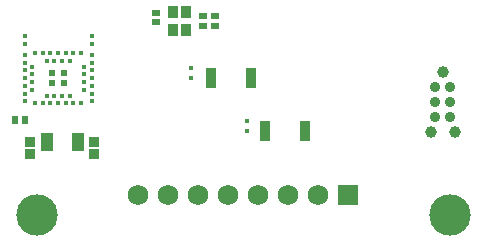
<source format=gts>
G04*
G04 #@! TF.GenerationSoftware,Altium Limited,Altium Designer,21.6.4 (81)*
G04*
G04 Layer_Color=8388736*
%FSLAX44Y44*%
%MOMM*%
G71*
G04*
G04 #@! TF.SameCoordinates,0AEC0AEB-8793-4253-9BAD-FCEC690E4261*
G04*
G04*
G04 #@! TF.FilePolarity,Negative*
G04*
G01*
G75*
%ADD24R,0.4500X0.4500*%
%ADD25R,0.5200X0.5200*%
%ADD26C,0.8900*%
%ADD27R,0.6200X0.6500*%
%ADD28R,0.6500X0.6200*%
%ADD29R,0.9000X1.1000*%
%ADD30R,0.8200X0.8200*%
%ADD31R,1.1000X1.6500*%
%ADD32R,0.9000X1.8000*%
%ADD33R,0.4500X0.4600*%
%ADD34C,1.0000*%
%ADD35C,1.7500*%
%ADD36R,1.7500X1.7500*%
%ADD37C,3.5000*%
D24*
X14750Y175920D02*
D03*
Y169420D02*
D03*
Y160000D02*
D03*
Y153500D02*
D03*
Y147000D02*
D03*
Y140500D02*
D03*
Y134000D02*
D03*
Y127500D02*
D03*
Y121000D02*
D03*
X21250Y150250D02*
D03*
Y143750D02*
D03*
Y137250D02*
D03*
Y130750D02*
D03*
X23650Y119120D02*
D03*
X30150D02*
D03*
X43150D02*
D03*
X49650D02*
D03*
X62650D02*
D03*
X33400Y125620D02*
D03*
X46400D02*
D03*
X52900D02*
D03*
X71550Y121000D02*
D03*
Y127500D02*
D03*
Y134000D02*
D03*
Y140500D02*
D03*
Y147000D02*
D03*
Y153500D02*
D03*
Y160000D02*
D03*
Y169420D02*
D03*
Y175920D02*
D03*
X65050Y130750D02*
D03*
Y137250D02*
D03*
Y143750D02*
D03*
Y150250D02*
D03*
X62650Y161870D02*
D03*
X56150D02*
D03*
X49650D02*
D03*
X43150D02*
D03*
X36650D02*
D03*
X30150D02*
D03*
X23650D02*
D03*
X46400Y155370D02*
D03*
X33400D02*
D03*
X36650Y119120D02*
D03*
X56150D02*
D03*
X39900Y125620D02*
D03*
X52900Y155370D02*
D03*
X39900D02*
D03*
D25*
X37950Y145000D02*
D03*
Y136000D02*
D03*
X48350D02*
D03*
Y145000D02*
D03*
D26*
X375000Y107250D02*
D03*
X362300D02*
D03*
X375000Y119950D02*
D03*
X362300D02*
D03*
X375000Y132650D02*
D03*
X362300D02*
D03*
D27*
X14750Y105000D02*
D03*
X6750D02*
D03*
D28*
X126000Y188000D02*
D03*
Y196000D02*
D03*
X176000Y193000D02*
D03*
Y185000D02*
D03*
X166000D02*
D03*
Y193000D02*
D03*
D29*
X151500Y181500D02*
D03*
Y196500D02*
D03*
X140500D02*
D03*
Y181500D02*
D03*
D30*
X73650Y86850D02*
D03*
Y76650D02*
D03*
X19650Y86850D02*
D03*
Y76650D02*
D03*
D31*
X59650Y86250D02*
D03*
X33650D02*
D03*
D32*
X218250Y96000D02*
D03*
X252250D02*
D03*
X172750Y141000D02*
D03*
X206750D02*
D03*
D33*
X203000Y104450D02*
D03*
Y96050D02*
D03*
X155750Y149450D02*
D03*
Y141050D02*
D03*
D34*
X358490Y94550D02*
D03*
X378810D02*
D03*
X368650Y145350D02*
D03*
D35*
X161900Y41700D02*
D03*
X187300D02*
D03*
X212700D02*
D03*
X263500D02*
D03*
X238100D02*
D03*
X136500D02*
D03*
X111100D02*
D03*
D36*
X288900D02*
D03*
D37*
X375000Y25000D02*
D03*
X25000D02*
D03*
M02*

</source>
